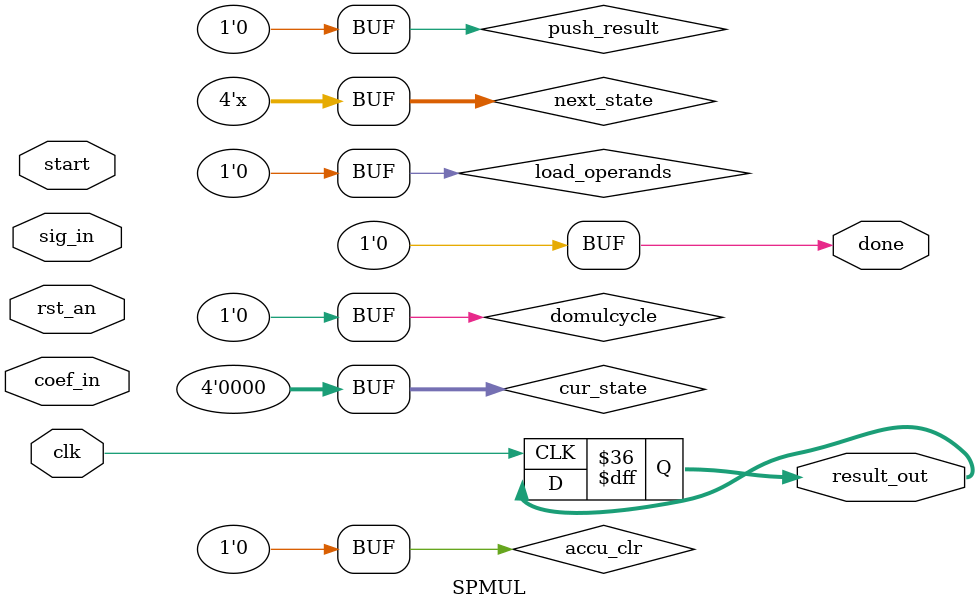
<source format=v>

module SPMUL (
        clk, 
        rst_an, 
        sig_in, 
        coef_in, 
        result_out,
        start,
        done
    );

    //////////// CLOCK //////////
    input clk;

    //////////// RESET, ACTIVE LOW //////////
    input rst_an;

    //////////// MULTIPLIER INPUTS //////////
    input signed [15:0] sig_in;
    input signed [9:0]  coef_in;
    input start;

    //////////// MULTIPLIER OUTPUT //////////
    output reg signed [15:0] result_out;
    output reg done;

    //////////// internal signals //////////
    reg signed [24:0] accumulator;  
    reg signed [9:0]  coefreg;
    reg signed [15:0] sigreg;
    reg push_result;
    reg load_operands;
    reg [3:0]         cur_state;        // cur_state machine cur_state
    reg [3:0]         next_state;
    
    reg domulcycle, accu_clr;

    // clocked process
    always @(posedge clk or negedge rst_an)
    begin
        if (rst_an == 0)
        begin
            accumulator <= 0;
            coefreg     <= 0;
            cur_state   <= 0;
        end
        else
        begin
            if (accu_clr == 1)
            begin
                accumulator <= 0;
            end
            
            if (load_operands == 1)
            begin
                coefreg  <= coef_in;
                sigreg   <= sig_in;
            end
            
            if (domulcycle == 1)
            begin
                // note: leave coefreg[9] untouched
                // as this is the sign bit...
                if (coefreg[8] == 1'b1)
                    accumulator <= $signed({accumulator[23:0], 1'b0}) + sigreg;
                else    
                    accumulator <= {accumulator[23:0], 1'b0};
                
                coefreg[8:0] <= {coefreg[7:0], 1'b0};            
            end

            if (push_result == 1)
            begin
                if (coefreg[9] == 0)
                    result_out <= accumulator[24:9];
                else
                    result_out <= $signed(~accumulator[24:9]) + 1;
            end

            cur_state <= next_state;
        end
    end
           
    parameter S_IDLE    = 4'b0000,
              S_CYCLE1  = 4'b0001,
              S_CYCLE2  = 4'b0010,
              S_CYCLE3  = 4'b0011,
              S_CYCLE4  = 4'b0100,
              S_CYCLE5  = 4'b0101,
              S_CYCLE6  = 4'b0110,
              S_CYCLE7  = 4'b0111,
              S_CYCLE8  = 4'b1000,
              S_CYCLE9  = 4'b1001,
              S_CYCLE10 = 4'b1010;

    // FSM combinational process
    always @(*)
    begin

        // FSM defaults
        done        <= 0;
        next_state  <= cur_state;
        accu_clr    <= 0;
        domulcycle  <= 0;
        push_result <= 0;
        load_operands <= 0;

        case(cur_state)
            S_IDLE: // IDLE cur_state
                begin
                    accu_clr <= 1;
                    if (start == 1)
                    begin
                        load_operands <= 1;
                        next_state <= S_CYCLE1;
                    end
                    else    
                    begin
                        done       <= 1;
                        next_state <= S_IDLE;
                    end
                end
            S_CYCLE1: 
                begin
                    domulcycle <= 1;
                    next_state <= S_CYCLE2;
                end
            S_CYCLE2: 
                begin
                    domulcycle <= 1;
                    next_state <= S_CYCLE3;
                end
            S_CYCLE3: 
                begin
                    domulcycle <= 1;
                    next_state <= S_CYCLE4;
                end
            S_CYCLE4: 
                begin
                    domulcycle <= 1;
                    next_state <= S_CYCLE5;
                end
            S_CYCLE5: 
                begin
                    domulcycle <= 1;
                    next_state <= S_CYCLE6;
                end
            S_CYCLE6:
                begin
                    domulcycle <= 1;
                    next_state <= S_CYCLE7;
                end
            S_CYCLE7:
                begin
                    domulcycle <= 1;
                    next_state <= S_CYCLE8;
                end
            S_CYCLE8:
                begin
                    domulcycle <= 1;
                    next_state <= S_CYCLE9;
                end
            S_CYCLE9:
                begin
                    domulcycle <= 1;
                    next_state <= S_CYCLE10;
                end
            S_CYCLE10:
                begin
                    push_result <= 1;
                    next_state <= S_IDLE;
                end
            default:
                cur_state <= 0;
        endcase
    end
endmodule

</source>
